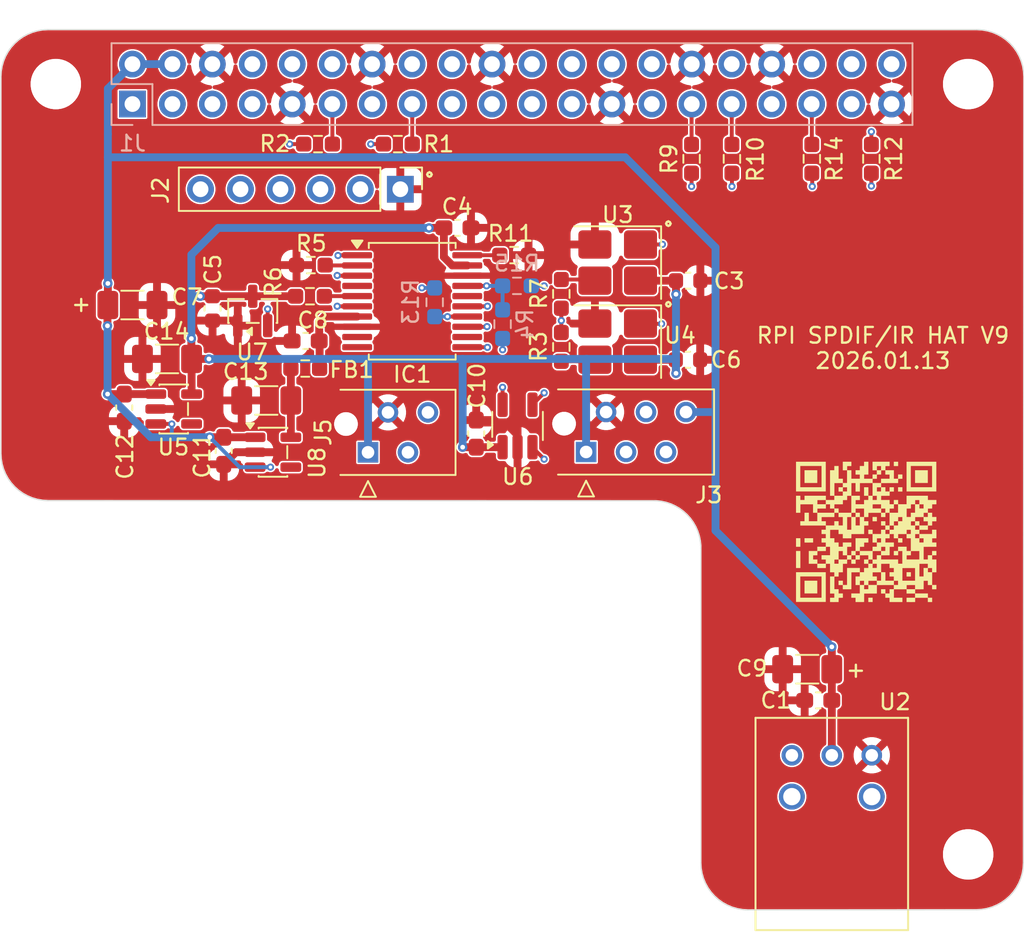
<source format=kicad_pcb>
(kicad_pcb (version 20241229) (generator "pcbnew") (generator_version "9.0")
  (title_block (date "2025-12-20"))
  (layers (0 "F.Cu" signal) (4 "In1.Cu" signal) (6 "In2.Cu" signal) (2 "B.Cu" signal) (13 "F.Paste" user) (15 "B.Paste" user) (5 "F.SilkS" user "F.Silkscreen") (7 "B.SilkS" user "B.Silkscreen") (1 "F.Mask" user) (3 "B.Mask" user) (25 "Edge.Cuts" user))
  (net 0 "")
  (net 1 "GND")
  (net 2 "/GPIO2{slash}SDA1")
  (net 3 "/GPIO3{slash}SCL1")
  (net 4 "/GPIO4{slash}GPCLK0")
  (net 5 "/GPIO14{slash}TXD0")
  (net 6 "/GPIO15{slash}RXD0")
  (net 7 "/GPIO17")
  (net 8 "/GPIO18{slash}PCM.CLK")
  (net 9 "/GPIO27")
  (net 10 "/GPIO22")
  (net 11 "/GPIO23")
  (net 12 "/GPIO26")
  (net 13 "/GPIO24")
  (net 14 "/GPIO10{slash}SPI0.MOSI")
  (net 15 "/GPIO9{slash}SPI0.MISO")
  (net 16 "/GPIO25")
  (net 17 "/GPIO11{slash}SPI0.SCLK")
  (net 18 "/GPIO8{slash}SPI0.CE0")
  (net 19 "/GPIO7{slash}SPI0.CE1")
  (net 20 "/ID_SDA")
  (net 21 "/ID_SCL")
  (net 22 "/GPIO5")
  (net 23 "/GPIO6")
  (net 24 "/GPIO12{slash}PWM0")
  (net 25 "/GPIO13{slash}PWM1")
  (net 26 "/GPIO19{slash}PCM.FS")
  (net 27 "/GPIO16")
  (net 28 "/GPIO20{slash}PCM.DIN")
  (net 29 "/GPIO21{slash}PCM.DOUT")
  (net 30 "+5V")
  (net 31 "+3V3")
  (net 32 "Net-(IC1-XIN)")
  (net 35 "Net-(IC1-GPO0{slash}SWIFMODE)")
  (net 36 "Net-(IC1-CSB{slash}GPO1)")
  (net 37 "Net-(IC1-RESETB)")
  (net 41 "Net-(IC1-RX0)")
  (net 42 "/IRIN")
  (net 43 "Net-(IC1-PVDD)")
  (net 47 "Net-(U4-CLK)")
  (net 48 "Net-(U3-CLK)")
  (net 49 "Net-(U4-INH)")
  (net 50 "Net-(U3-INH)")
  (net 51 "+3.3VP")
  (net 52 "+3.3VA")
  (net 55 "Net-(IC1-DIN)")
  (net 56 "Net-(IC1-BCLK)")
  (net 57 "Net-(IC1-LRCLK)")
  (net 58 "Net-(IC1-TX0)")
  (net 60 "/SPDIF-")
  (net 61 "/SPDIF+")
  (net 63 "Net-(U6-DIN)")
  (net 64 "Net-(U2-VIN)")
  (footprint "Capacitor_SMD:C_1206_3216Metric_Pad1.33x1.80mm_HandSolder" (layer "F.Cu") (at 110.5677 90.983)
    (property "Reference" "C14" (at -0.0267 -1.7526 0) (layer "F.SilkS"))
    (property "Value" "10uF/25V")
    (pad "1" smd roundrect (at -1.5625 0) (size 1.325 1.8) (layers "F.Cu" "F.Mask" "F.Paste") (roundrect_rratio 0.188679) (net 1 "GND"))
    (pad "2" smd roundrect (at 1.5625 0) (size 1.325 1.8) (layers "F.Cu" "F.Mask" "F.Paste") (roundrect_rratio 0.188679) (net 31 "+3V3"))
  )
  (footprint "MountingHole:MountingHole_2.7mm_M2.5" (layer "F.Cu") (at 161.5 73.5)
    (property "Reference" "MH2" (hide yes))
    (property "Value" "MountingHole_2.7mm_M2.5" (hide yes))
    (pad "" np_thru_hole circle (at 0 0) (size 3.2 3.2) (drill 3.2) (layers "*.Cu" "*.Mask"))
  )
  (footprint "Capacitor_SMD:C_1206_3216Metric_Pad1.33x1.80mm_HandSolder" (layer "F.Cu") (at 108.3697 87.554)
    (property "Reference" "C7" (at 3.4675 -0.508 0) (layer "F.SilkS"))
    (property "Value" "47uF/6.3V")
    (pad "1" smd roundrect (at -1.5625 0) (size 1.325 1.8) (layers "F.Cu" "F.Mask" "F.Paste") (roundrect_rratio 0.188679) (net 30 "+5V"))
    (pad "2" smd roundrect (at 1.5625 0) (size 1.325 1.8) (layers "F.Cu" "F.Mask" "F.Paste") (roundrect_rratio 0.188679) (net 1 "GND"))
  )
  (footprint "Resistor_SMD:R_0603_1608Metric_Pad0.98x0.95mm_HandSolder" (layer "F.Cu") (at 120.1695 77.3178)
    (property "Reference" "R2" (at -2.7451 -0.0254 0) (layer "F.SilkS"))
    (property "Value" "0R")
    (pad "1" smd roundrect (at -0.9125 0) (size 0.975 0.95) (layers "F.Cu" "F.Mask" "F.Paste") (net 42 "/IRIN"))
    (pad "2" smd roundrect (at 0.9125 0) (size 0.975 0.95) (layers "F.Cu" "F.Mask" "F.Paste") (net 7 "/GPIO17"))
  )
  (footprint "Resistor_SMD:R_0603_1608Metric_Pad0.98x0.95mm_HandSolder" (layer "F.Cu") (at 119.6577 86.9952 180)
    (property "Reference" "R6" (at 2.3349 0.9144 90) (layer "F.SilkS"))
    (property "Value" "10k")
    (pad "1" smd roundrect (at -0.9125 0 180) (size 0.975 0.95) (layers "F.Cu" "F.Mask" "F.Paste") (net 36 "Net-(IC1-CSB{slash}GPO1)"))
    (pad "2" smd roundrect (at 0.9125 0 180) (size 0.975 0.95) (layers "F.Cu" "F.Mask" "F.Paste") (net 31 "+3V3"))
  )
  (footprint "Capacitor_SMD:C_0603_1608Metric_Pad1.08x0.95mm_HandSolder" (layer "F.Cu") (at 130.226 95.7339 -90)
    (property "Reference" "C10" (at -3.0441 -0.0508 90) (layer "F.SilkS"))
    (property "Value" "1uF/25V")
    (pad "1" smd roundrect (at -0.8625 0 270) (size 1.075 0.95) (layers "F.Cu" "F.Mask" "F.Paste") (net 1 "GND"))
    (pad "2" smd roundrect (at 0.8625 0 270) (size 1.075 0.95) (layers "F.Cu" "F.Mask" "F.Paste") (net 31 "+3V3"))
  )
  (footprint "Resistor_SMD:R_0603_1608Metric_Pad0.98x0.95mm_HandSolder" (layer "F.Cu") (at 155.3466 78.2557 -90)
    (property "Reference" "R12" (at 0 -1.43 90) (layer "F.SilkS"))
    (property "Value" "33R")
    (pad "1" smd roundrect (at -0.9125 0 270) (size 0.975 0.95) (layers "F.Cu" "F.Mask" "F.Paste") (net 29 "/GPIO21{slash}PCM.DOUT"))
    (pad "2" smd roundrect (at 0.9125 0 270) (size 0.975 0.95) (layers "F.Cu" "F.Mask" "F.Paste") (net 55 "Net-(IC1-DIN)"))
  )
  (footprint "Package_TO_SOT_SMD:SOT-23-5" (layer "F.Cu") (at 117.3029 96.9164)
    (property "Reference" "U8" (at 2.8139 0.6706 90) (layer "F.SilkS"))
    (property "Value" "NCP163ASN330T1G")
    (pad "1" smd roundrect (at -1.1375 -0.95) (size 1.325 0.6) (layers "F.Cu" "F.Mask" "F.Paste") (net 30 "+5V"))
    (pad "2" smd roundrect (at -1.1375 0) (size 1.325 0.6) (layers "F.Cu" "F.Mask" "F.Paste") (net 1 "GND"))
    (pad "3" smd roundrect (at -1.1375 0.95) (size 1.325 0.6) (layers "F.Cu" "F.Mask" "F.Paste") (net 30 "+5V"))
    (pad "4" smd roundrect (at 1.1375 0.95) (size 1.325 0.6) (layers "F.Cu" "F.Mask" "F.Paste"))
    (pad "5" smd roundrect (at 1.1375 -0.95) (size 1.325 0.6) (layers "F.Cu" "F.Mask" "F.Paste") (net 52 "+3.3VA"))
  )
  (footprint "Capacitor_SMD:C_1206_3216Metric_Pad1.33x1.80mm_HandSolder" (layer "F.Cu") (at 151.2695 110.7188 180)
    (property "Reference" "C9" (at 3.5175 0.0508 0) (layer "F.SilkS"))
    (property "Value" "47uF/6.3V")
    (pad "1" smd roundrect (at -1.5625 0 180) (size 1.325 1.8) (layers "F.Cu" "F.Mask" "F.Paste") (roundrect_rratio 0.188679) (net 30 "+5V"))
    (pad "2" smd roundrect (at 1.5625 0 180) (size 1.325 1.8) (layers "F.Cu" "F.Mask" "F.Paste") (roundrect_rratio 0.188679) (net 1 "GND"))
  )
  (footprint "Capacitor_SMD:C_0603_1608Metric_Pad1.08x0.95mm_HandSolder" (layer "F.Cu") (at 107.8486 94.0807 90)
    (property "Reference" "C12" (at -3.1253 0.0508 90) (layer "F.SilkS"))
    (property "Value" "1uF/25V")
    (pad "1" smd roundrect (at -0.8625 0 90) (size 1.075 0.95) (layers "F.Cu" "F.Mask" "F.Paste") (net 1 "GND"))
    (pad "2" smd roundrect (at 0.8625 0 90) (size 1.075 0.95) (layers "F.Cu" "F.Mask" "F.Paste") (net 30 "+5V"))
  )
  (footprint "Resistor_SMD:R_0603_1608Metric_Pad0.98x0.95mm_HandSolder" (layer "F.Cu") (at 132.6371 84.379)
    (property "Reference" "R11" (at -0.2267 -1.3716 0) (layer "F.SilkS"))
    (property "Value" "10k")
    (pad "1" smd roundrect (at -0.9125 0) (size 0.975 0.95) (layers "F.Cu" "F.Mask" "F.Paste") (net 41 "Net-(IC1-RX0)"))
    (pad "2" smd roundrect (at 0.9125 0) (size 0.975 0.95) (layers "F.Cu" "F.Mask" "F.Paste") (net 1 "GND"))
  )
  (footprint "Resistor_SMD:R_0603_1608Metric_Pad0.98x0.95mm_HandSolder" (layer "F.Cu") (at 119.7123 85.014 180)
    (property "Reference" "R5" (at -0.0235 1.3716 0) (layer "F.SilkS"))
    (property "Value" "10k")
    (pad "1" smd roundrect (at -0.9125 0 180) (size 0.975 0.95) (layers "F.Cu" "F.Mask" "F.Paste") (net 35 "Net-(IC1-GPO0{slash}SWIFMODE)"))
    (pad "2" smd roundrect (at 0.9125 0 180) (size 0.975 0.95) (layers "F.Cu" "F.Mask" "F.Paste") (net 1 "GND"))
  )
  (footprint "Resistor_SMD:R_0603_1608Metric_Pad0.98x0.95mm_HandSolder" (layer "F.Cu") (at 143.9166 78.2557 90)
    (property "Reference" "R9" (at 0 -1.43 90) (layer "F.SilkS"))
    (property "Value" "0R")
    (pad "1" smd roundrect (at -0.9125 0 90) (size 0.975 0.95) (layers "F.Cu" "F.Mask" "F.Paste") (net 49 "Net-(U4-INH)"))
    (pad "2" smd roundrect (at 0.9125 0 90) (size 0.975 0.95) (layers "F.Cu" "F.Mask" "F.Paste") (net 22 "/GPIO5"))
  )
  (footprint "Connector_PinHeader_2.54mm:PinHeader_1x06_P2.54mm_Vertical" (layer "F.Cu") (at 125.4 80.188 -90)
    (property "Reference" "J2" (at 0.0762 15.24 90) (layer "F.SilkS"))
    (property "Value" "TTL-232R-3V3")
    (pad "1" thru_hole rect (at 0 0 270) (size 1.7 1.7) (drill 1) (layers "*.Cu" "*.Mask") (net 1 "GND"))
    (pad "2" thru_hole circle (at 0 2.54 270) (size 1.7 1.7) (drill 1) (layers "*.Cu" "*.Mask"))
    (pad "3" thru_hole circle (at 0 5.08 270) (size 1.7 1.7) (drill 1) (layers "*.Cu" "*.Mask"))
    (pad "4" thru_hole circle (at 0 7.62 270) (size 1.7 1.7) (drill 1) (layers "*.Cu" "*.Mask") (net 6 "/GPIO15{slash}RXD0"))
    (pad "5" thru_hole circle (at 0 10.16 270) (size 1.7 1.7) (drill 1) (layers "*.Cu" "*.Mask") (net 5 "/GPIO14{slash}TXD0"))
    (pad "6" thru_hole circle (at 0 12.7 270) (size 1.7 1.7) (drill 1) (layers "*.Cu" "*.Mask"))
  )
  (footprint "Resistor_SMD:R_0603_1608Metric_Pad0.98x0.95mm_HandSolder" (layer "F.Cu") (at 146.482 78.2557 90)
    (property "Reference" "R10" (at -0.0273 1.4986 90) (layer "F.SilkS"))
    (property "Value" "0R")
    (pad "1" smd roundrect (at -0.9125 0 90) (size 0.975 0.95) (layers "F.Cu" "F.Mask" "F.Paste") (net 50 "Net-(U3-INH)"))
    (pad "2" smd roundrect (at 0.9125 0 90) (size 0.975 0.95) (layers "F.Cu" "F.Mask" "F.Paste") (net 23 "/GPIO6"))
  )
  (footprint "MountingHole:MountingHole_2.7mm_M2.5" (layer "F.Cu") (at 103.5 122.5)
    (property "Reference" "MH3" (hide yes))
    (property "Value" "MountingHole_2.7mm_M2.5" (hide yes))
    (pad "" np_thru_hole circle (at 0 0) (size 3.2 3.2) (drill 3.2) (layers "*.Cu" "*.Mask"))
  )
  (footprint "Capacitor_SMD:C_0603_1608Metric_Pad1.08x0.95mm_HandSolder" (layer "F.Cu") (at 114.1732 96.8261 90)
    (property "Reference" "C11" (at -0.3037 -1.3716 90) (layer "F.SilkS"))
    (property "Value" "1uF/25V")
    (pad "1" smd roundrect (at -0.8625 0 90) (size 1.075 0.95) (layers "F.Cu" "F.Mask" "F.Paste") (net 1 "GND"))
    (pad "2" smd roundrect (at 0.8625 0 90) (size 1.075 0.95) (layers "F.Cu" "F.Mask" "F.Paste") (net 30 "+5V"))
  )
  (footprint "Package_TO_SOT_SMD:SOT-23-5" (layer "F.Cu") (at 110.9927 94.1682)
    (property "Reference" "U5" (at -0.0199 2.4282 0) (layer "F.SilkS"))
    (property "Value" "NCP163ASN330T1G")
    (pad "1" smd roundrect (at -1.1375 -0.95) (size 1.325 0.6) (layers "F.Cu" "F.Mask" "F.Paste") (net 30 "+5V"))
    (pad "2" smd roundrect (at -1.1375 0) (size 1.325 0.6) (layers "F.Cu" "F.Mask" "F.Paste") (net 1 "GND"))
    (pad "3" smd roundrect (at -1.1375 0.95) (size 1.325 0.6) (layers "F.Cu" "F.Mask" "F.Paste") (net 30 "+5V"))
    (pad "4" smd roundrect (at 1.1375 0.95) (size 1.325 0.6) (layers "F.Cu" "F.Mask" "F.Paste"))
    (pad "5" smd roundrect (at 1.1375 -0.95) (size 1.325 0.6) (layers "F.Cu" "F.Mask" "F.Paste") (net 31 "+3V3"))
  )
  (footprint "MountingHole:MountingHole_2.7mm_M2.5" (layer "F.Cu") (at 103.5 73.5)
    (property "Reference" "MH1" (hide yes))
    (property "Value" "MountingHole_2.7mm_M2.5" (hide yes))
    (pad "" np_thru_hole circle (at 0 0) (size 3.2 3.2) (drill 3.2) (layers "*.Cu" "*.Mask"))
  )
  (footprint "LOGO" (layer "F.Cu") (at 155.0164 101.9812)
    (property "Reference" "G***" (hide yes))
    (property "Value" "LOGO" (hide yes))
  )
  (footprint "Capacitor_SMD:C_0603_1608Metric" (layer "F.Cu") (at 143.688 91.0338)
    (property "Reference" "C6" (at 2.4254 0 0) (layer "F.SilkS"))
    (property "Value" "1uF/25V")
    (pad "1" smd roundrect (at -0.775 0) (size 0.9 0.95) (layers "F.Cu" "F.Mask" "F.Paste") (net 31 "+3V3"))
    (pad "2" smd roundrect (at 0.775 0) (size 0.9 0.95) (layers "F.Cu" "F.Mask" "F.Paste") (net 1 "GND"))
  )
  (footprint "Capacitor_SMD:C_0603_1608Metric_Pad1.08x0.95mm_HandSolder" (layer "F.Cu") (at 129.0311 82.644045 180)
    (property "Reference" "C4" (at 0.0243 1.338445 180) (layer "F.SilkS"))
    (property "Value" "1uF/25V")
    (pad "1" smd roundrect (at -0.8625 0 180) (size 1.075 0.95) (layers "F.Cu" "F.Mask" "F.Paste") (net 1 "GND"))
    (pad "2" smd roundrect (at 0.8625 0 180) (size 1.075 0.95) (layers "F.Cu" "F.Mask" "F.Paste") (net 31 "+3V3"))
  )
  (footprint "Resistor_SMD:R_0603_1608Metric_Pad0.98x0.95mm_HandSolder" (layer "F.Cu") (at 135.6362 86.8447 90)
    (property "Reference" "R7" (at 0 -1.43 90) (layer "F.SilkS"))
    (property "Value" "33R")
    (pad "1" smd roundrect (at -0.9125 0 90) (size 0.975 0.95) (layers "F.Cu" "F.Mask" "F.Paste") (net 32 "Net-(IC1-XIN)"))
    (pad "2" smd roundrect (at 0.9125 0 90) (size 0.975 0.95) (layers "F.Cu" "F.Mask" "F.Paste") (net 48 "Net-(U3-CLK)"))
  )
  (footprint "Connector_TE-Connectivity:TE_Micro-MaTch_215079-4_2x02_P1.27mm_Vertical" (layer "F.Cu") (at 123.3456 96.9232 90)
    (property "Reference" "J5" (at 1.27 -2.85 90) (layer "F.SilkS"))
    (property "Value" "TE MicroMatch")
    (pad "" np_thru_hole circle (at 1.8 -1.4 90) (size 1.5 1.5) (drill 1.5) (layers "*.Cu" "*.Mask"))
    (pad "1" thru_hole rect (at 0 0 90) (size 1.3 1.3) (drill 0.8) (layers "*.Cu" "*.Mask") (net 31 "+3V3"))
    (pad "2" thru_hole circle (at 2.54 1.27 90) (size 1.3 1.3) (drill 0.8) (layers "*.Cu" "*.Mask") (net 1 "GND"))
    (pad "3" thru_hole circle (at 0 2.54 90) (size 1.3 1.3) (drill 0.8) (layers "*.Cu" "*.Mask") (net 42 "/IRIN"))
    (pad "4" thru_hole circle (at 2.54 3.81 90) (size 1.3 1.3) (drill 0.8) (layers "*.Cu" "*.Mask"))
  )
  (footprint "Package_SO:SSOP-20_5.3x7.2mm_P0.65mm" (layer "F.Cu") (at 126.1568 87.312445)
    (property "Reference" "IC1" (at 0 4.661155 0) (layer "F.SilkS"))
    (property "Value" "WM8804GEDS_V")
    (pad "1" smd roundrect (at -3.5 -2.925) (size 1.9 0.4) (layers "F.Cu" "F.Mask" "F.Paste") (net 3 "/GPIO3{slash}SCL1"))
    (pad "2" smd roundrect (at -3.5 -2.275) (size 1.9 0.4) (layers "F.Cu" "F.Mask" "F.Paste") (net 35 "Net-(IC1-GPO0{slash}SWIFMODE)"))
    (pad "3" smd roundrect (at -3.5 -1.625) (size 1.9 0.4) (layers "F.Cu" "F.Mask" "F.Paste") (net 2 "/GPIO2{slash}SDA1"))
    (pad "4" smd roundrect (at -3.5 -0.975) (size 1.9 0.4) (layers "F.Cu" "F.Mask" "F.Paste"))
    (pad "5" smd roundrect (at -3.5 -0.325) (size 1.9 0.4) (layers "F.Cu" "F.Mask" "F.Paste") (net 36 "Net-(IC1-CSB{slash}GPO1)"))
    (pad "6" smd roundrect (at -3.5 0.325) (size 1.9 0.4) (layers "F.Cu" "F.Mask" "F.Paste") (net 37 "Net-(IC1-RESETB)"))
    (pad "7" smd roundrect (at -3.5 0.975) (size 1.9 0.4) (layers "F.Cu" "F.Mask" "F.Paste") (net 43 "Net-(IC1-PVDD)"))
    (pad "8" smd roundrect (at -3.5 1.625) (size 1.9 0.4) (layers "F.Cu" "F.Mask" "F.Paste") (net 1 "GND"))
    (pad "9" smd roundrect (at -3.5 2.275) (size 1.9 0.4) (layers "F.Cu" "F.Mask" "F.Paste"))
    (pad "10" smd roundrect (at -3.5 2.925) (size 1.9 0.4) (layers "F.Cu" "F.Mask" "F.Paste"))
    (pad "11" smd roundrect (at 3.5 2.925) (size 1.9 0.4) (layers "F.Cu" "F.Mask" "F.Paste") (net 32 "Net-(IC1-XIN)"))
    (pad "12" smd roundrect (at 3.5 2.275) (size 1.9 0.4) (layers "F.Cu" "F.Mask" "F.Paste"))
    (pad "13" smd roundrect (at 3.5 1.625) (size 1.9 0.4) (layers "F.Cu" "F.Mask" "F.Paste") (net 55 "Net-(IC1-DIN)"))
    (pad "14" smd roundrect (at 3.5 0.975) (size 1.9 0.4) (layers "F.Cu" "F.Mask" "F.Paste") (net 56 "Net-(IC1-BCLK)"))
    (pad "15" smd roundrect (at 3.5 0.325) (size 1.9 0.4) (layers "F.Cu" "F.Mask" "F.Paste") (net 57 "Net-(IC1-LRCLK)"))
    (pad "16" smd roundrect (at 3.5 -0.325) (size 1.9 0.4) (layers "F.Cu" "F.Mask" "F.Paste"))
    (pad "17" smd roundrect (at 3.5 -0.975) (size 1.9 0.4) (layers "F.Cu" "F.Mask" "F.Paste") (net 58 "Net-(IC1-TX0)"))
    (pad "18" smd roundrect (at 3.5 -1.625) (size 1.9 0.4) (layers "F.Cu" "F.Mask" "F.Paste") (net 1 "GND"))
    (pad "19" smd roundrect (at 3.5 -2.275) (size 1.9 0.4) (layers "F.Cu" "F.Mask" "F.Paste") (net 31 "+3V3"))
    (pad "20" smd roundrect (at 3.5 -2.925) (size 1.9 0.4) (layers "F.Cu" "F.Mask" "F.Paste") (net 41 "Net-(IC1-RX0)"))
  )
  (footprint "Capacitor_SMD:C_0603_1608Metric_Pad1.08x0.95mm_HandSolder" (layer "F.Cu") (at 119.3813 89.84)
    (property "Reference" "C8" (at 0.4561 -1.3208 0) (layer "F.SilkS"))
    (property "Value" "1uF/25V")
    (pad "1" smd roundrect (at -0.8625 0) (size 1.075 0.95) (layers "F.Cu" "F.Mask" "F.Paste") (net 1 "GND"))
    (pad "2" smd roundrect (at 0.8625 0) (size 1.075 0.95) (layers "F.Cu" "F.Mask" "F.Paste") (net 43 "Net-(IC1-PVDD)"))
  )
  (footprint "Capacitor_SMD:C_0603_1608Metric" (layer "F.Cu") (at 143.701 86.0046)
    (property "Reference" "C3" (at 2.6032 0.0254 0) (layer "F.SilkS"))
    (property "Value" "1uF/25V")
    (pad "1" smd roundrect (at -0.775 0) (size 0.9 0.95) (layers "F.Cu" "F.Mask" "F.Paste") (net 31 "+3V3"))
    (pad "2" smd roundrect (at 0.775 0) (size 0.9 0.95) (layers "F.Cu" "F.Mask" "F.Paste") (net 1 "GND"))
  )
  (footprint "Resistor_SMD:R_0603_1608Metric_Pad0.98x0.95mm_HandSolder" (layer "F.Cu") (at 151.562 78.2557 -90)
    (property "Reference" "R14" (at 0 -1.43 90) (layer "F.SilkS"))
    (property "Value" "33R")
    (pad "1" smd roundrect (at -0.9125 0 270) (size 0.975 0.95) (layers "F.Cu" "F.Mask" "F.Paste") (net 26 "/GPIO19{slash}PCM.FS"))
    (pad "2" smd roundrect (at 0.9125 0 270) (size 0.975 0.95) (layers "F.Cu" "F.Mask" "F.Paste") (net 57 "Net-(IC1-LRCLK)"))
  )
  (footprint "Package_TO_SOT_SMD:SOT-23" (layer "F.Cu") (at 116.0172 87.9327 90)
    (property "Reference" "U7" (at -2.6185 -0.0406 180) (layer "F.SilkS"))
    (property "Value" "APX809S-31SA-7")
    (pad "1" smd roundrect (at -0.9375 -0.95 90) (size 1.475 0.6) (layers "F.Cu" "F.Mask" "F.Paste") (net 1 "GND"))
    (pad "2" smd roundrect (at -0.9375 0.95 90) (size 1.475 0.6) (layers "F.Cu" "F.Mask" "F.Paste") (net 37 "Net-(IC1-RESETB)"))
    (pad "3" smd roundrect (at 0.9375 0 90) (size 1.475 0.6) (layers "F.Cu" "F.Mask" "F.Paste") (net 31 "+3V3"))
  )
  (footprint "MountingHole:MountingHole_2.7mm_M2.5" (layer "F.Cu") (at 161.5 122.5)
    (property "Reference" "MH4" (hide yes))
    (property "Value" "MountingHole_2.7mm_M2.5" (hide yes))
    (pad "" np_thru_hole circle (at 0 0) (size 3.2 3.2) (drill 3.2) (layers "*.Cu" "*.Mask"))
  )
  (footprint "Capacitor_SMD:C_0603_1608Metric" (layer "F.Cu") (at 113.462 87.7702 -90)
    (property "Reference" "C5" (at -2.4768 -0.0254 90) (layer "F.SilkS"))
    (property "Value" "1uF/25V")
    (pad "1" smd roundrect (at -0.775 0 270) (size 0.9 0.95) (layers "F.Cu" "F.Mask" "F.Paste") (net 31 "+3V3"))
    (pad "2" smd roundrect (at 0.775 0 270) (size 0.9 0.95) (layers "F.Cu" "F.Mask" "F.Paste") (net 1 "GND"))
  )
  (footprint "Resistor_SMD:R_0603_1608Metric_Pad0.98x0.95mm_HandSolder" (layer "F.Cu") (at 135.6362 90.2191 -90)
    (property "Reference" "R3" (at -0.0235 1.4478 90) (layer "F.SilkS"))
    (property "Value" "33R")
    (pad "1" smd roundrect (at -0.9125 0 270) (size 0.975 0.95) (layers "F.Cu" "F.Mask" "F.Paste") (net 32 "Net-(IC1-XIN)"))
    (pad "2" smd roundrect (at 0.9125 0 270) (size 0.975 0.95) (layers "F.Cu" "F.Mask" "F.Paste") (net 47 "Net-(U4-CLK)"))
  )
  (footprint "Crystal:Crystal_SMD_3225-4Pin_3.2x2.5mm_HandSoldering" (layer "F.Cu") (at 139.2198 89.8838 180)
    (property "Reference" "U4" (at -3.9602 0.3994 180) (layer "F.SilkS"))
    (property "Value" "KC3225Z22.5792C15XXK")
    (pad "1" smd roundrect (at -1.45 1.15 180) (size 2.1 1.8) (layers "F.Cu" "F.Mask" "F.Paste") (roundrect_rratio 0.138889) (net 49 "Net-(U4-INH)"))
    (pad "2" smd roundrect (at 1.45 1.15 180) (size 2.1 1.8) (layers "F.Cu" "F.Mask" "F.Paste") (roundrect_rratio 0.138889) (net 1 "GND"))
    (pad "3" smd roundrect (at 1.45 -1.15 180) (size 2.1 1.8) (layers "F.Cu" "F.Mask" "F.Paste") (roundrect_rratio 0.138889) (net 47 "Net-(U4-CLK)"))
    (pad "4" smd roundrect (at -1.45 -1.15 180) (size 2.1 1.8) (layers "F.Cu" "F.Mask" "F.Paste") (roundrect_rratio 0.138889) (net 31 "+3V3"))
  )
  (footprint "Capacitor_SMD:C_0603_1608Metric_Pad1.08x0.95mm_HandSolder" (layer "F.Cu") (at 151.9695 112.7 180)
    (property "Reference" "C1" (at 2.6935 0 0) (layer "F.SilkS"))
    (property "Value" "1uF/25V")
    (pad "1" smd roundrect (at -0.8625 0 180) (size 1.075 0.95) (layers "F.Cu" "F.Mask" "F.Paste") (net 30 "+5V"))
    (pad "2" smd roundrect (at 0.8625 0 180) (size 1.075 0.95) (layers "F.Cu" "F.Mask" "F.Paste") (net 1 "GND"))
  )
  (footprint "Resistor_SMD:R_0603_1608Metric_Pad0.98x0.95mm_HandSolder" (layer "F.Cu") (at 125.2457 77.3178)
    (property "Reference" "R1" (at 2.5927 0 0) (layer "F.SilkS"))
    (property "Value" "0R")
    (pad "1" smd roundrect (at -0.9125 0) (size 0.975 0.95) (layers "F.Cu" "F.Mask" "F.Paste") (net 42 "/IRIN"))
    (pad "2" smd roundrect (at 0.9125 0) (size 0.975 0.95) (layers "F.Cu" "F.Mask" "F.Paste") (net 10 "/GPIO22"))
  )
  (footprint "Capacitor_SMD:C_1206_3216Metric_Pad1.33x1.80mm_HandSolder" (layer "F.Cu") (at 116.8779 93.6246)
    (property "Reference" "C13" (at -1.3077 -1.8288 0) (layer "F.SilkS"))
    (property "Value" "10uF/25V")
    (pad "1" smd roundrect (at -1.5625 0) (size 1.325 1.8) (layers "F.Cu" "F.Mask" "F.Paste") (roundrect_rratio 0.188679) (net 1 "GND"))
    (pad "2" smd roundrect (at 1.5625 0) (size 1.325 1.8) (layers "F.Cu" "F.Mask" "F.Paste") (roundrect_rratio 0.188679) (net 52 "+3.3VA"))
  )
  (footprint "Package_TO_SOT_SMD:SOT-23-5_HandSoldering" (layer "F.Cu") (at 132.8524 95.2464 90)
    (property "Reference" "U6" (at -3.2296 0.0152 180) (layer "F.SilkS"))
    (property "Value" "FIN1001")
    (pad "1" smd roundrect (at -1.35 -0.95 90) (size 1.56 0.65) (layers "F.Cu" "F.Mask" "F.Paste") (net 31 "+3V3"))
    (pad "2" smd roundrect (at -1.35 0 90) (size 1.56 0.65) (layers "F.Cu" "F.Mask" "F.Paste") (net 1 "GND"))
    (pad "3" smd roundrect (at -1.35 0.95 90) (size 1.56 0.65) (layers "F.Cu" "F.Mask" "F.Paste") (net 60 "/SPDIF-"))
    (pad "4" smd roundrect (at 1.35 0.95 90) (size 1.56 0.65) (layers "F.Cu" "F.Mask" "F.Paste") (net 61 "/SPDIF+"))
    (pad "5" smd roundrect (at 1.35 -0.95 90) (size 1.56 0.65) (layers "F.Cu" "F.Mask" "F.Paste") (net 63 "Net-(U6-DIN)"))
  )
  (footprint "Crystal:Crystal_SMD_3225-4Pin_3.2x2.5mm_HandSoldering" (layer "F.Cu") (at 139.2198 84.8546 180)
    (property "Reference" "U3" (at 0 3.041 180) (layer "F.SilkS"))
    (property "Value" "KC3225Z24.5760C1KX00")
    (pad "1" smd roundrect (at -1.45 1.15 180) (size 2.1 1.8) (layers "F.Cu" "F.Mask" "F.Paste") (roundrect_rratio 0.138889) (net 50 "Net-(U3-INH)"))
    (pad "2" smd roundrect (at 1.45 1.15 180) (size 2.1 1.8) (layers "F.Cu" "F.Mask" "F.Paste") (roundrect_rratio 0.138889) (net 1 "GND"))
    (pad "3" smd roundrect (at 1.45 -1.15 180) (size 2.1 1.8) (layers "F.Cu" "F.Mask" "F.Paste") (roundrect_rratio 0.138889) (net 48 "Net-(U3-CLK)"))
    (pad "4" smd roundrect (at -1.45 -1.15 180) (size 2.1 1.8) (layers "F.Cu" "F.Mask" "F.Paste") (roundrect_rratio 0.138889) (net 31 "+3V3"))
  )
  (footprint "Connector_TE-Connectivity:TE_Micro-MaTch_215079-6_2x03_P1.27mm_Vertical" (layer "F.Cu") (at 137.211 96.9012 90)
    (property "Reference" "J3" (at -2.7432 7.7978 180) (layer "F.SilkS"))
    (property "Value" "TE MicroMatch")
    (pad "" np_thru_hole circle (at 1.8 -1.4 90) (size 1.5 1.5) (drill 1.5) (layers "*.Cu" "*.Mask"))
    (pad "1" thru_hole rect (at 0 0 90) (size 1.3 1.3) (drill 0.8) (layers "*.Cu" "*.Mask") (net 31 "+3V3"))
    (pad "2" thru_hole circle (at 2.54 1.27 90) (size 1.3 1.3) (drill 0.8) (layers "*.Cu" "*.Mask") (net 1 "GND"))
    (pad "3" thru_hole circle (at 0 2.54 90) (size 1.3 1.3) (drill 0.8) (layers "*.Cu" "*.Mask") (net 60 "/SPDIF-"))
    (pad "4" thru_hole circle (at 2.54 3.81 90) (size 1.3 1.3) (drill 0.8) (layers "*.Cu" "*.Mask") (net 61 "/SPDIF+"))
    (pad "5" thru_hole circle (at 0 5.08 90) (size 1.3 1.3) (drill 0.8) (layers "*.Cu" "*.Mask"))
    (pad "6" thru_hole circle (at 2.54 6.35 90) (size 1.3 1.3) (drill 0.8) (layers "*.Cu" "*.Mask") (net 30 "+5V"))
  )
  (footprint "kicad-snk:PLR135-T10_PLT133-T10W" (layer "F.Cu") (at 152.832 118.824 180)
    (property "Reference" "U2" (at -4.0132 6.0224 0) (layer "F.SilkS"))
    (property "Value" "PLT237/T10WH")
    (pad "1" thru_hole circle (at 2.54 2.63 180) (size 1.308 1.308) (drill 0.8) (layers "*.Cu" "*.Mask") (net 64 "Net-(U2-VIN)"))
    (pad "2" thru_hole circle (at 0 2.63 180) (size 1.308 1.308) (drill 0.8) (layers "*.Cu" "*.Mask") (net 30 "+5V"))
    (pad "3" thru_hole circle (at -2.54 2.63 180) (size 1.308 1.308) (drill 0.8) (layers "*.Cu" "*.Mask") (net 1 "GND"))
    (pad "NC1" thru_hole circle (at 2.54 0 180) (size 1.65 1.65) (drill 1.1) (layers "*.Cu" "*.Mask"))
    (pad "NC2" thru_hole circle (at -2.54 0 180) (size 1.65 1.65) (drill 1.1) (layers "*.Cu" "*.Mask"))
  )
  (footprint "Resistor_SMD:R_0603_1608Metric_Pad0.98x0.95mm_HandSolder" (layer "F.Cu") (at 119.3567 91.5926 180)
    (property "Reference" "FB1" (at -2.9445 -0.0762 0) (layer "F.SilkS"))
    (property "Value" "1k@100MHz")
    (pad "1" smd roundrect (at -0.9125 0 180) (size 0.975 0.95) (layers "F.Cu" "F.Mask" "F.Paste") (net 43 "Net-(IC1-PVDD)"))
    (pad "2" smd roundrect (at 0.9125 0 180) (size 0.975 0.95) (layers "F.Cu" "F.Mask" "F.Paste") (net 52 "+3.3VA"))
  )
  (footprint "Connector_PinSocket_2.54mm:PinSocket_2x20_P2.54mm_Vertical" (layer "B.Cu") (at 108.37 74.77 -90)
    (property "Reference" "J1" (at 2.5 0 0) (layer "B.SilkS") (effects (justify mirror)))
    (property "Value" "GPIO")
    (pad "1" thru_hole rect (at 0 0 270) (size 1.7 1.7) (drill 1) (layers "*.Cu" "*.Mask") (net 51 "+3.3VP"))
    (pad "2" thru_hole circle (at -2.54 0 270) (size 1.7 1.7) (drill 1) (layers "*.Cu" "*.Mask") (net 30 "+5V"))
    (pad "3" thru_hole circle (at 0 -2.54 270) (size 1.7 1.7) (drill 1) (layers "*.Cu" "*.Mask") (net 2 "/GPIO2{slash}SDA1"))
    (pad "4" thru_hole circle (at -2.54 -2.54 270) (size 1.7 1.7) (drill 1) (layers "*.Cu" "*.Mask") (net 30 "+5V"))
    (pad "5" thru_hole circle (at 0 -5.08 270) (size 1.7 1.7) (drill 1) (layers "*.Cu" "*.Mask") (net 3 "/GPIO3{slash}SCL1"))
    (pad "6" thru_hole circle (at -2.54 -5.08 270) (size 1.7 1.7) (drill 1) (layers "*.Cu" "*.Mask") (net 1 "GND"))
    (pad "7" thru_hole circle (at 0 -7.62 270) (size 1.7 1.7) (drill 1) (layers "*.Cu" "*.Mask") (net 4 "/GPIO4{slash}GPCLK0"))
    (pad "8" thru_hole circle (at -2.54 -7.62 270) (size 1.7 1.7) (drill 1) (layers "*.Cu" "*.Mask") (net 5 "/GPIO14{slash}TXD0"))
    (pad "9" thru_hole circle (at 0 -10.16 270) (size 1.7 1.7) (drill 1) (layers "*.Cu" "*.Mask") (net 1 "GND"))
    (pad "10" thru_hole circle (at -2.54 -10.16 270) (size 1.7 1.7) (drill 1) (layers "*.Cu" "*.Mask") (net 6 "/GPIO15{slash}RXD0"))
    (pad "11" thru_hole circle (at 0 -12.7 270) (size 1.7 1.7) (drill 1) (layers "*.Cu" "*.Mask") (net 7 "/GPIO17"))
    (pad "12" thru_hole circle (at -2.54 -12.7 270) (size 1.7 1.7) (drill 1) (layers "*.Cu" "*.Mask") (net 8 "/GPIO18{slash}PCM.CLK"))
    (pad "13" thru_hole circle (at 0 -15.24 270) (size 1.7 1.7) (drill 1) (layers "*.Cu" "*.Mask") (net 9 "/GPIO27"))
    (pad "14" thru_hole circle (at -2.54 -15.24 270) (size 1.7 1.7) (drill 1) (layers "*.Cu" "*.Mask") (net 1 "GND"))
    (pad "15" thru_hole circle (at 0 -17.78 270) (size 1.7 1.7) (drill 1) (layers "*.Cu" "*.Mask") (net 10 "/GPIO22"))
    (pad "16" thru_hole circle (at -2.54 -17.78 270) (size 1.7 1.7) (drill 1) (layers "*.Cu" "*.Mask") (net 11 "/GPIO23"))
    (pad "17" thru_hole circle (at 0 -20.32 270) (size 1.7 1.7) (drill 1) (layers "*.Cu" "*.Mask") (net 51 "+3.3VP"))
    (pad "18" thru_hole circle (at -2.54 -20.32 270) (size 1.7 1.7) (drill 1) (layers "*.Cu" "*.Mask") (net 13 "/GPIO24"))
    (pad "19" thru_hole circle (at 0 -22.86 270) (size 1.7 1.7) (drill 1) (layers "*.Cu" "*.Mask") (net 14 "/GPIO10{slash}SPI0.MOSI"))
    (pad "20" thru_hole circle (at -2.54 -22.86 270) (size 1.7 1.7) (drill 1) (layers "*.Cu" "*.Mask") (net 1 "GND"))
    (pad "21" thru_hole circle (at 0 -25.4 270) (size 1.7 1.7) (drill 1) (layers "*.Cu" "*.Mask") (net 15 "/GPIO9{slash}SPI0.MISO"))
    (pad "22" thru_hole circle (at -2.54 -25.4 270) (size 1.7 1.7) (drill 1) (layers "*.Cu" "*.Mask") (net 16 "/GPIO25"))
    (pad "23" thru_hole circle (at 0 -27.94 270) (size 1.7 1.7) (drill 1) (layers "*.Cu" "*.Mask") (net 17 "/GPIO11{slash}SPI0.SCLK"))
    (pad "24" thru_hole circle (at -2.54 -27.94 270) (size 1.7 1.7) (drill 1) (layers "*.Cu" "*.Mask") (net 18 "/GPIO8{slash}SPI0.CE0"))
    (pad "25" thru_hole circle (at 0 -30.48 270) (size 1.7 1.7) (drill 1) (layers "*.Cu" "*.Mask") (net 1 "GND"))
    (pad "26" thru_hole circle (at -2.54 -30.48 270) (size 1.7 1.7) (drill 1) (layers "*.Cu" "*.Mask") (net 19 "/GPIO7{slash}SPI0.CE1"))
    (pad "27" thru_hole circle (at 0 -33.02 270) (size 1.7 1.7) (drill 1) (layers "*.Cu" "*.Mask") (net 20 "/ID_SDA"))
    (pad "28" thru_hole circle (at -2.54 -33.02 270) (size 1.7 1.7) (drill 1) (layers "*.Cu" "*.Mask") (net 21 "/ID_SCL"))
    (pad "29" thru_hole circle (at 0 -35.56 270) (size 1.7 1.7) (drill 1) (layers "*.Cu" "*.Mask") (net 22 "/GPIO5"))
    (pad "30" thru_hole circle (at -2.54 -35.56 270) (size 1.7 1.7) (drill 1) (layers "*.Cu" "*.Mask") (net 1 "GND"))
    (pad "31" thru_hole circle (at 0 -38.1 270) (size 1.7 1.7) (drill 1) (layers "*.Cu" "*.Mask") (net 23 "/GPIO6"))
    (pad "32" thru_hole circle (at -2.54 -38.1 270) (size 1.7 1.7) (drill 1) (layers "*.Cu" "*.Mask") (net 24 "/GPIO12{slash}PWM0"))
    (pad "33" thru_hole circle (at 0 -40.64 270) (size 1.7 1.7) (drill 1) (layers "*.Cu" "*.Mask") (net 25 "/GPIO13{slash}PWM1"))
    (pad "34" thru_hole circle (at -2.54 -40.64 270) (size 1.7 1.7) (drill 1) (layers "*.Cu" "*.Mask") (net 1 "GND"))
    (pad "35" thru_hole circle (at 0 -43.18 270) (size 1.7 1.7) (drill 1) (layers "*.Cu" "*.Mask") (net 26 "/GPIO19{slash}PCM.FS"))
    (pad "36" thru_hole circle (at -2.54 -43.18 270) (size 1.7 1.7) (drill 1) (layers "*.Cu" "*.Mask") (net 27 "/GPIO16"))
    (pad "37" thru_hole circle (at 0 -45.72 270) (size 1.7 1.7) (drill 1) (layers "*.Cu" "*.Mask") (net 12 "/GPIO26"))
    (pad "38" thru_hole circle (at -2.54 -45.72 270) (size 1.7 1.7) (drill 1) (layers "*.Cu" "*.Mask") (net 28 "/GPIO20{slash}PCM.DIN"))
    (pad "39" thru_hole circle (at 0 -48.26 270) (size 1.7 1.7) (drill 1) (layers "*.Cu" "*.Mask") (net 1 "GND"))
    (pad "40" thru_hole circle (at -2.54 -48.26 270) (size 1.7 1.7) (drill 1) (layers "*.Cu" "*.Mask") (net 29 "/GPIO21{slash}PCM.DOUT"))
  )
  (footprint "Resistor_SMD:R_0603_1608Metric_Pad0.98x0.95mm_HandSolder" (layer "B.Cu") (at 131.9024 88.7713 90)
    (property "Reference" "R4" (at 0 1.43 90) (layer "B.SilkS") (effects (justify mirror)))
    (property "Value" "0R")
    (pad "1" smd roundrect (at -0.9125 0 90) (size 0.975 0.95) (layers "B.Cu" "B.Mask" "B.Paste") (net 63 "Net-(U6-DIN)"))
    (pad "2" smd roundrect (at 0.9125 0 90) (size 0.975 0.95) (layers "B.Cu" "B.Mask" "B.Paste") (net 58 "Net-(IC1-TX0)"))
  )
  (footprint "Resistor_SMD:R_0603_1608Metric_Pad0.98x0.95mm_HandSolder" (layer "B.Cu") (at 132.8149 86.3348 180)
    (property "Reference" "R15" (at 0 1.43 0) (layer "B.SilkS") (effects (justify mirror)))
    (property "Value" "0R")
    (pad "1" smd roundrect (at -0.9125 0 180) (size 0.975 0.95) (layers "B.Cu" "B.Mask" "B.Paste") (net 64 "Net-(U2-VIN)"))
    (pad "2" smd roundrect (at 0.9125 0 180) (size 0.975 0.95) (layers "B.Cu" "B.Mask" "B.Paste") (net 58 "Net-(IC1-TX0)"))
  )
  (footprint "Resistor_SMD:R_0603_1608Metric_Pad0.98x0.95mm_HandSolder" (layer "B.Cu") (at 127.5844 87.3781 -90)
    (property "Reference" "R13" (at -0.0273 1.524 90) (layer "B.SilkS") (effects (justify mirror)))
    (property "Value" "33R")
    (pad "1" smd roundrect (at -0.9125 0 270) (size 0.975 0.95) (layers "B.Cu" "B.Mask" "B.Paste") (net 8 "/GPIO18{slash}PCM.CLK"))
    (pad "2" smd roundrect (at 0.9125 0 270) (size 0.975 0.95) (layers "B.Cu" "B.Mask" "B.Paste") (net 56 "Net-(IC1-BCLK)"))
  )
  (gr_arc (start 147.498 126.035) (mid 145.37668 125.15632) (end 144.498 123.035) (stroke (width 0.05)) (layer "Edge.Cuts"))
  (gr_line (start 147.498 126.035) (end 162.025 126.025) (stroke (width 0.05)) (layer "Edge.Cuts"))
  (gr_arc (start 100 73.028) (mid 100.87868 70.90668) (end 103 70.028) (stroke (width 0.05)) (layer "Edge.Cuts"))
  (gr_line (start 103 70.028) (end 162.0494 70.028) (stroke (width 0.05)) (layer "Edge.Cuts"))
  (gr_line (start 144.498 103.01032) (end 144.498 123.035) (stroke (width 0.05)) (layer "Edge.Cuts"))
  (gr_arc (start 141.498 100.01032) (mid 143.61932 100.889) (end 144.498 103.01032) (stroke (width 0.05)) (layer "Edge.Cuts"))
  (gr_arc (start 162.0494 70.028) (mid 164.17072 70.90668) (end 165.0494 73.028) (stroke (width 0.05)) (layer "Edge.Cuts"))
  (gr_arc (start 165.025 123.025) (mid 164.14632 125.14632) (end 162.025 126.025) (stroke (width 0.05)) (layer "Edge.Cuts"))
  (gr_arc (start 103.00132 99.99868) (mid 100.88 99.12) (end 100.00132 96.99868) (stroke (width 0.05)) (layer "Edge.Cuts"))
  (gr_line (start 100 97) (end 100 73.028) (stroke (width 0.05)) (layer "Edge.Cuts"))
  (gr_line (start 165.0494 73.028) (end 165.025 123.025) (stroke (width 0.05)) (layer "Edge.Cuts"))
  (gr_line (start 141.498 100.01032) (end 103 100) (stroke (width 0.05)) (layer "Edge.Cuts"))
  (gr_text "°" (at 126.7716 80.2388 0) (layer "F.SilkS") (effects (font (size 1 1)) (justify left bottom)))
  (gr_text "+" (at 153.6448 111.3284 0) (layer "F.SilkS") (effects (font (size 1 1)) (justify left bottom)))
  (gr_text "°" (at 141.9608 83.363 0) (layer "F.SilkS") (effects (font (size 1 1)) (justify left bottom)))
  (gr_text "+" (at 104.3942 88.062 0) (layer "F.SilkS") (effects (font (size 1 1)) (justify left bottom)))
  (gr_text "°" (at 141.9608 88.4938 0) (layer "F.SilkS") (effects (font (size 1 1)) (justify left bottom)))
  (gr_text "RPI SPDIF/IR HAT V9\n2026.01.13" (at 156.0832 90.2972 0) (layer "F.SilkS") (effects (font (size 1 1))))
  (segment (start 114.9454 96.9164) (end 114.1732 97.6886) (width 0.5) (layer "F.Cu") (net 1))
  (segment (start 114.7422 88.5452) (end 115.0672 88.8702) (width 0.5) (layer "F.Cu") (net 1))
  (segment (start 132.8524 96.5964) (end 132.8524 95.816401) (width 0.5) (layer "F.Cu") (net 1))
  (segment (start 116.1654 96.9164) (end 114.9454 96.9164) (width 0.5) (layer "F.Cu") (net 1))
  (segment (start 113.462 88.5452) (end 114.7422 88.5452) (width 0.5) (layer "F.Cu") (net 1))
  (segment (start 116.1654 96.9164) (end 117.5616 96.9164) (width 0.5) (layer "F.Cu") (net 1))
  (segment (start 132.8524 95.816401) (end 132.063399 95.0274) (width 0.5) (layer "F.Cu") (net 1))
  (segment (start 130.382 95.0274) (end 130.226 94.8714) (width 0.5) (layer "F.Cu") (net 1))
  (segment (start 117.5768 96.9012) (end 117.5616 96.9164) (width 0.5) (layer "F.Cu") (net 1))
  (segment (start 132.063399 95.0274) (end 130.382 95.0274) (width 0.5) (layer "F.Cu") (net 1))
  (segment (start 122.6568 85.687445) (end 121.399845 85.687445) (width 0.25) (layer "F.Cu") (net 2))
  (segment (start 121.399845 85.687445) (end 121.3868 85.6744) (width 0.25) (layer "F.Cu") (net 2))
  (via (at 121.3868 85.6744) (size 0.45) (drill 0.225) (layers "F.Cu" "B.Cu") (net 2))
  (segment (start 122.6568 84.387445) (end 121.454555 84.387445) (width 0.25) (layer "F.Cu") (net 3))
  (segment (start 121.454555 84.387445) (end 121.4376 84.4044) (width 0.25) (layer "F.Cu") (net 3))
  (via (at 121.4376 84.4044) (size 0.45) (drill 0.225) (layers "F.Cu" "B.Cu") (net 3))
  (segment (start 121.082 74.782) (end 121.07 74.77) (width 0.25) (layer "F.Cu") (net 7))
  (segment (start 121.082 77.3178) (end 121.082 74.782) (width 0.25) (layer "F.Cu") (net 7))
  (via (at 126.7716 86.4618) (size 0.45) (drill 0.225) (layers "F.Cu" "B.Cu") (net 8))
  (segment (start 127.5844 86.4656) (end 126.7754 86.4656) (width 0.25) (layer "B.Cu") (net 8))
  (segment (start 126.7754 86.4656) (end 126.7716 86.4618) (width 0.25) (layer "B.Cu") (net 8))
  (segment (start 126.1582 77.3178) (end 126.1582 74.7782) (width 0.25) (layer "F.Cu") (net 10))
  (segment (start 126.1582 74.7782) (end 126.15 74.77) (width 0.25) (layer "F.Cu") (net 10))
  (segment (start 143.9166 77.3432) (end 143.9166 74.7834) (width 0.25) (layer "F.Cu") (net 22))
  (segment (start 143.9166 74.7834) (end 143.93 74.77) (width 0.25) (layer "F.Cu") (net 22))
  (segment (start 146.47 77.2296) (end 146.47 74.77) (width 0.25) (layer "F.Cu") (net 23))
  (segment (start 146.482 77.3432) (end 146.482 77.2416) (width 0.25) (layer "F.Cu") (net 23))
  (segment (start 146.482 77.2416) (end 146.47 77.2296) (width 0.25) (layer "F.Cu") (net 23))
  (segment (start 151.562 77.3432) (end 151.562 74.782) (width 0.25) (layer "F.Cu") (net 26))
  (segment (start 151.562 74.782) (end 151.55 74.77) (width 0.25) (layer "F.Cu") (net 26))
  (segment (start 155.3466 77.3432) (end 155.3466 76.5304) (width 0.25) (layer "F.Cu") (net 29))
  (via (at 155.3466 76.5304) (size 0.45) (drill 0.225) (layers "F.Cu" "B.Cu") (net 29))
  (segment (start 106.8072 87.554) (end 106.8072 86.1824) (width 0.5) (layer "F.Cu") (net 30))
  (segment (start 109.8552 93.2182) (end 107.8486 93.2182) (width 0.5) (layer "F.Cu") (net 30))
  (segment (start 110.8662 95.1182) (end 110.8712 95.1232) (width 0.25) (layer "F.Cu") (net 30))
  (segment (start 109.8552 95.1182) (end 110.8662 95.1182) (width 0.25) (layer "F.Cu") (net 30))
  (segment (start 106.7818 87.5794) (end 106.8072 87.554) (width 0.5) (layer "F.Cu") (net 30))
  (segment (start 114.1732 95.9636) (end 113.2864 95.9636) (width 0.5) (layer "F.Cu") (net 30))
  (segment (start 152.832 110.7188) (end 152.832 109.2964) (width 0.5) (layer "F.Cu") (net 30))
  (segment (start 152.832 112.7) (end 152.832 110.7188) (width 0.5) (layer "F.Cu") (net 30))
  (segment (start 114.4272 95.9664) (end 116.1654 95.9664) (width 0.5) (layer "F.Cu") (net 30))
  (segment (start 106.7818 88.8748) (end 106.7818 87.5794) (width 0.5) (layer "F.Cu") (net 30))
  (segment (start 113.2864 95.9636) (end 113.2842 95.9614) (width 0.5) (layer "F.Cu") (net 30))
  (segment (start 107.8486 93.2182) (end 106.789 93.2182) (width 0.5) (layer "F.Cu") (net 30))
  (segment (start 152.832 116.194) (end 152.832 112.7) (width 0.5) (layer "F.Cu") (net 30))
  (segment (start 116.1654 97.8664) (end 117.145 97.8664) (width 0.25) (layer "F.Cu") (net 30))
  (via (at 113.2842 95.9614) (size 0.6) (drill 0.3) (layers "F.Cu" "B.Cu") (net 30))
  (via (at 152.832 109.2964) (size 0.6) (drill 0.3) (layers "F.Cu" "B.Cu") (net 30))
  (via (at 106.789 93.2182) (size 0.6) (drill 0.3) (layers "F.Cu" "B.Cu") (net 30))
  (via (at 106.8072 86.1824) (size 0.6) (drill 0.3) (layers "F.Cu" "B.Cu") (net 30))
  (via (at 106.7818 88.8748) (size 0.6) (drill 0.3) (layers "F.Cu" "B.Cu") (net 30))
  (via (at 110.8712 95.1232) (size 0.45) (drill 0.225) (layers "F.Cu" "B.Cu") (net 30))
  (via (at 117.145 97.8664) (size 0.45) (drill 0.225) (layers "F.Cu" "B.Cu") (net 30))
  (segment (start 139.7002 78.156) (end 145.4406 83.8964) (width 0.5) (layer "B.Cu") (net 30))
  (segment (start 117.145 97.8664) (end 115.1892 97.8664) (width 0.25) (layer "B.Cu") (net 30))
  (segment (start 115.1892 97.8664) (end 113.2842 95.9614) (width 0.25) (layer "B.Cu") (net 30))
  (segment (start 110.8712 95.9614) (end 109.5322 95.9614) (width 0.5) (layer "B.Cu") (net 30))
  (segment (start 110.91 72.23) (end 108.37 72.23) (width 0.5) (layer "B.Cu") (net 30))
  (segment (start 143.577 94.3452) (end 143.561 94.3612) (width 0.5) (layer "B.Cu") (net 30))
  (segment (start 106.8072 73.7928) (end 108.37 72.23) (width 0.5) (layer "B.Cu") (net 30))
  (segment (start 106.8072 78.156) (end 106.8072 76.6828) (width 0.5) (layer "B.Cu") (net 30))
  (segment (start 109.5322 95.9614) (end 106.789 93.2182) (width 0.5) (layer "B.Cu") (net 30))
  (segment (start 106.8072 86.1824) (end 106.8072 78.156) (width 0.5) (layer "B.Cu") (net 30))
  (segment (start 145.4406 83.8964) (end 145.4406 94.3612) (width 0.5) (layer "B.Cu") (net 30))
  (segment (start 106.8072 78.156) (end 139.7002 78.156) (width 0.5) (layer "B.Cu") (net 30))
  (segment (start 106.789 93.2182) (end 106.789 88.882) (width 0.5) (layer "B.Cu") (net 30))
  (segment (start 113.2842 95.9614) (end 110.8712 95.9614) (width 0.5) (layer "B.Cu") (net 30))
  (segment (start 110.8712 95.1232) (end 110.8712 95.9614) (width 0.25) (layer "B.Cu") (net 30))
  (segment (start 145.4406 94.3612) (end 145.4406 101.905) (width 0.5) (layer "B.Cu") (net 30))
  (segment (start 106.789 88.882) (end 106.7818 88.8748) (width 0.5) (layer "B.Cu") (net 30))
  (segment (start 145.4406 101.905) (end 152.832 109.2964) (width 0.5) (layer "B.Cu") (net 30))
  (segment (start 106.8072 76.6828) (end 106.8072 73.7928) (width 0.5) (layer "B.Cu") (net 30))
  (segment (start 143.561 94.3612) (end 145.4406 94.3612) (width 0.5) (layer "B.Cu") (net 30))
  (segment (start 130.226 96.5964) (end 129.3624 96.5964) (width 0.5) (layer "F.Cu") (net 31))
  (segment (start 131.9024 96.5964) (end 130.226 96.5964) (width 0.5) (layer "F.Cu") (net 31))
  (segment (start 142.913 91.8844) (end 142.926 91.8974) (width 0.5) (layer "F.Cu") (net 31))
  (segment (start 118.7452 86.9952) (end 116.0172 86.9952) (width 0.5) (layer "F.Cu") (net 31))
  (segment (start 142.913 91.0338) (end 142.913 91.8844) (width 0.5) (layer "F.Cu") (net 31))
  (segment (start 129.6568 85.037445) (end 128.706801 85.037445) (width 0.5) (layer "F.Cu") (net 31))
  (segment (start 128.1686 84.499244) (end 128.1686 82.644045) (width 0.5) (layer "F.Cu") (net 31))
  (segment (start 128.1686 82.644045) (end 127.236555 82.644045) (width 0.5) (layer "F.Cu") (net 31))
  (segment (start 142.926 86.8682) (end 142.926 86.0046) (width 0.5) (layer "F.Cu") (net 31))
  (segment (start 128.706801 85.037445) (end 128.1686 84.499244) (width 0.5) (layer "F.Cu") (net 31))
  (segment (start 112.1158 89.6876) (end 112.1158 90.9686) (width 0.5) (layer "F.Cu") (net 31))
  (segment (start 127.236555 82.644045) (end 127.2288 82.6518) (width 0.5) (layer "F.Cu") (net 31))
  (segment (start 113.462 86.9952) (end 112.6746 86.9952) (width 0.5) (layer "F.Cu") (net 31))
  (segment (start 112.1302 93.2182) (end 112.1302 90.983) (width 0.5) (layer "F.Cu") (net 31))
  (segment (start 142.926 86.0046) (end 140.6698 86.0046) (width 0.5) (layer "F.Cu") (net 31))
  (segment (start 140.6698 91.0338) (end 142.913 91.0338) (width 0.5) (layer "F.Cu") (net 31))
  (segment (start 112.1158 90.9686) (end 112.1302 90.983) (width 0.5) (layer "F.Cu") (net 31))
  (segment (start 116.0172 86.9952) (end 113.462 86.9952) (width 0.5) (layer "F.Cu") (net 31))
  (segment (start 112.1302 90.983) (end 113.2334 90.983) (width 0.5) (layer "F.Cu") (net 31))
  (via (at 127.2288 82.6518) (size 0.6) (drill 0.3) (layers "F.Cu" "B.Cu") (net 31))
  (via (at 129.3624 96.5964) (size 0.6) (drill 0.3) (layers "F.Cu" "B.Cu") (net 31))
  (via (at 113.2334 90.983) (size 0.6) (drill 0.3) (layers "F.Cu" "B.Cu") (net 31))
  (via (at 142.926 86.8682) (size 0.6) (drill 0.3) (layers "F.Cu" "B.Cu") (net 31))
  (via (at 112.6746 86.9952) (size 0.6) (drill 0.3) (layers "F.Cu" "B.Cu") (net 31))
  (via (at 142.926 91.8974) (size 0.6) (drill 0.3) (layers "F.Cu" "B.Cu") (net 31))
  (via (at 112.1158 89.6876) (size 0.6) (drill 0.3) (layers "F.Cu" "B.Cu") (net 31))
  (segment (start 112.1158 84.3536) (end 113.8176 82.6518) (width 0.5) (layer "B.Cu") (net 31))
  (segment (start 142.926 91.0084) (end 142.926 86.8682) (width 0.5) (layer "B.Cu") (net 31))
  (segment (start 123.3456 96.9232) (end 123.3456 91.0114) (width 0.5) (layer "B.Cu") (net 31))
  (segment (start 123.3172 90.983) (end 129.3624 90.983) (width 0.5) (layer "B.Cu") (net 31))
  (segment (start 113.2334 90.983) (end 123.3172 90.983) (width 0.5) (layer "B.Cu") (net 31))
  (segment (start 113.8176 82.6518) (end 127.2288 82.6518) (width 0.5) (layer "B.Cu") (net 31))
  (segment (start 112.6746 86.9952) (end 112.1158 86.9952) (width 0.5) (layer "B.Cu") (net 31))
  (segment (start 129.3624 90.983) (end 137.2364 90.983) (width 0.5) (layer "B.Cu") (net 31))
  (segment (start 137.2364 90.983) (end 142.9006 90.983) (width 0.5) (layer "B.Cu") (net 31))
  (segment (start 112.1158 89.6876) (end 112.1158 86.9952) (width 0.5) (layer "B.Cu") (net 31))
  (segment (start 137.211 91.0084) (end 137.2364 90.983) (width 0.5) (layer "B.Cu") (net 31))
  (segment (start 137.211 96.9012) (end 137.211 91.0084) (width 0.5) (layer "B.Cu") (net 31))
  (segment (start 112.1158 86.9952) (end 112.1158 84.3536) (width 0.5) (layer "B.Cu") (net 31))
  (segment (start 142.926 91.8974) (end 142.926 91.0084) (width 0.5) (layer "B.Cu") (net 31))
  (segment (start 129.3624 96.5964) (end 129.3624 90.983) (width 0.5) (layer "B.Cu") (net 31))
  (segment (start 142.9006 90.983) (end 142.926 91.0084) (width 0.5) (layer "B.Cu") (net 31))
  (segment (start 123.3456 91.0114) (end 123.3172 90.983) (width 0.5) (layer "B.Cu") (net 31))
  (segment (start 130.928245 90.237445) (end 130.9372 90.2464) (width 0.25) (layer "F.Cu") (net 32))
  (segment (start 135.6362 88.5446) (end 135.6362 87.7572) (width 0.25) (layer "F.Cu") (net 32))
  (segment (start 135.6362 89.3066) (end 135.6362 88.5446) (width 0.25) (layer "F.Cu") (net 32))
  (segment (start 129.6568 90.237445) (end 130.928245 90.237445) (width 0.25) (layer "F.Cu") (net 32))
  (via (at 135.6362 88.5446) (size 0.45) (drill 0.225) (layers "F.Cu" "B.Cu") (net 32))
  (via (at 130.9372 90.2464) (size 0.45) (drill 0.225) (layers "F.Cu" "B.Cu") (net 32))
  (segment (start 120.648245 85.037445) (end 120.6248 85.014) (width 0.25) (layer "F.Cu") (net 35))
  (segment (start 122.6568 85.037445) (end 120.648245 85.037445) (width 0.25) (layer "F.Cu") (net 35))
  (segment (start 120.577955 86.987445) (end 120.5702 86.9952) (width 0.25) (layer "F.Cu") (net 36))
  (segment (start 122.6568 86.987445) (end 120.577955 86.987445) (width 0.25) (layer "F.Cu") (net 36))
  (segment (start 121.394045 87.637445) (end 121.3868 87.6302) (width 0.25) (layer "F.Cu") (net 37))
  (segment (start 116.9672 87.808) (end 116.9672 88.8702) (width 0.25) (layer "F.Cu") (net 37))
  (segment (start 122.6568 87.637445) (end 121.394045 87.637445) (width 0.25) (layer "F.Cu") (net 37))
  (via (at 121.3868 87.6302) (size 0.45) (drill 0.225) (layers "F.Cu" "B.Cu") (net 37))
  (via (at 116.9672 87.808) (size 0.45) (drill 0.225) (layers "F.Cu" "B.Cu") (net 37))
  (segment (start 131.716155 84.387445) (end 131.7246 84.379) (width 0.25) (layer "F.Cu") (net 41))
  (segment (start 129.6568 84.387445) (end 131.716155 84.387445) (width 0.25) (layer "F.Cu") (net 41))
  (segment (start 119.257 77.3178) (end 118.3642 77.3178) (width 0.25) (layer "F.Cu") (net 42))
  (segment (start 124.3332 77.3178) (end 123.5204 77.3178) (width 0.25) (layer "F.Cu") (net 42))
  (via (at 118.3642 77.3178) (size 0.45) (drill 0.225) (layers "F.Cu" "B.Cu") (net 42))
  (via (at 123.5204 77.3178) (size 0.45) (drill 0.225) (layers "F.Cu" "B.Cu") (net 42))
  (segment (start 120.577155 88.287445) (end 122.6568 88.287445) (width 0.5) (layer "F.Cu") (net 43))
  (segment (start 120.2692 91.5926) (end 120.2692 89.8654) (width 0.5) (layer "F.Cu") (net 43))
  (segment (start 120.2692 89.8654) (end 120.2438 89.84) (width 0.5) (layer "F.Cu") (net 43))
  (segment (start 120.2438 88.6208) (end 120.577155 88.287445) (width 0.5) (layer "F.Cu") (net 43))
  (segment (start 120.2438 89.84) (end 120.2438 88.6208) (width 0.5) (layer "F.Cu") (net 43))
  (segment (start 137.672 91.1316) (end 137.7698 91.0338) (width 0.25) (layer "F.Cu") (net 47))
  (segment (start 135.6362 91.1316) (end 137.672 91.1316) (width 0.25) (layer "F.Cu") (net 47))
  (segment (start 135.6362 85.9322) (end 137.6974 85.9322) (width 0.25) (layer "F.Cu") (net 48))
  (segment (start 137.6974 85.9322) (end 137.7698 86.0046) (width 0.25) (layer "F.Cu") (net 48))
  (segment (start 142.0116 88.7478) (end 140.6838 88.7478) (width 0.25) (layer "F.Cu") (net 49))
  (segment (start 143.9166 80.0102) (end 143.9166 79.1682) (width 0.25) (layer "F.Cu") (net 49))
  (segment (start 140.6838 88.7478) (end 140.6698 88.7338) (width 0.25) (layer "F.Cu") (net 49))
  (via (at 142.0116 88.7478) (size 0.45) (drill 0.225) (layers "F.Cu" "B.Cu") (net 49))
  (via (at 143.9166 80.0102) (size 0.45) (drill 0.225) (layers "F.Cu" "B.Cu") (net 49))
  (segment (start 146.482 80.0102) (end 146.482 79.1682) (width 0.25) (layer "F.Cu") (net 50))
  (segment (start 140.6698 83.7046) (end 142.051 83.7046) (width 0.25) (layer "F.Cu") (net 50))
  (segment (start 142.051 83.7046) (end 142.0624 83.6932) (width 0.25) (layer "F.Cu") (net 50))
  (via (at 142.0624 83.6932) (size 0.45) (drill 0.225) (layers "F.Cu" "B.Cu") (net 50))
  (via (at 146.482 80.0102) (size 0.45) (drill 0.225) (layers "F.Cu" "B.Cu") (net 50))
  (segment (start 118.4404 95.9664) (end 118.4404 93.904) (width 0.5) (layer "F.Cu") (net 52))
  (segment (start 118.4404 93.6246) (end 118.4404 91.5964) (width 0.5) (layer "F.Cu") (net 52))
  (segment (start 118.4404 91.5964) (end 118.4442 91.5926) (width 0.5) (layer "F.Cu") (net 52))
  (segment (start 130.899955 88.937445) (end 130.9118 88.9256) (width 0.25) (layer "F.Cu") (net 55))
  (segment (start 155.3466 79.9848) (end 155.3466 79.1682) (width 0.25) (layer "F.Cu") (net 55))
  (segment (start 129.6568 88.937445) (end 130.899955 88.937445) (width 0.25) (layer "F.Cu") (net 55))
  (via (at 155.3466 79.9848) (size 0.45) (drill 0.225) (layers "F.Cu" "B.Cu") (net 55))
  (via (at 130.9118 88.9256) (size 0.45) (drill 0.225) (layers "F.Cu" "B.Cu") (net 55))
  (segment (start 128.400355 88.287445) (end 128.3972 88.2906) (width 0.25) (layer "F.Cu") (net 56))
  (segment (start 129.6568 88.287445) (end 128.400355 88.287445) (width 0.25) (layer "F.Cu") (net 56))
  (via (at 128.3972 88.2906) (size 0.45) (drill 0.225) (layers "F.Cu" "B.Cu") (net 56))
  (segment (start 128.3972 88.2906) (end 127.5844 88.2906) (width 0.25) (layer "B.Cu") (net 56))
  (segment (start 151.5874 80.0102) (end 151.5874 79.1936) (width 0.25) (layer "F.Cu") (net 57))
  (segment (start 151.5874 79.1936) (end 151.562 79.1682) (width 0.25) (layer "F.Cu") (net 57))
  (segment (start 129.6568 87.637445) (end 130.929955 87.637445) (width 0.25) (layer "F.Cu") (net 57))
  (segment (start 130.929955 87.637445) (end 130.9372 87.6302) (width 0.25) (layer "F.Cu") (net 57))
  (via (at 151.5874 80.0102) (size 0.45) (drill 0.225) (layers "F.Cu" "B.Cu") (net 57))
  (via (at 130.9372 87.6302) (size 0.45) (drill 0.225) (layers "F.Cu" "B.Cu") (net 57))
  (segment (start 129.6568 86.337445) (end 130.883755 86.337445) (width 0.25) (layer "F.Cu") (net 58))
  (segment (start 130.883755 86.337445) (end 130.8864 86.3348) (width 0.25) (layer "F.Cu") (net 58))
  (via (at 130.8864 86.3348) (size 0.45) (drill 0.225) (layers "F.Cu" "B.Cu") (net 58))
  (segment (start 131.9024 86.3348) (end 130.8864 86.3348) (width 0.25) (layer "B.Cu") (net 58))
  (segment (start 131.9024 86.3348) (end 131.9024 87.8588) (width 0.25) (layer "B.Cu") (net 58))
  (segment (start 133.8024 96.6168) (end 134.544 97.3584) (width 0.25) (layer "F.Cu") (net 60))
  (segment (start 133.8024 96.5964) (end 133.8024 96.6168) (width 0.25) (layer "F.Cu") (net 60))
  (via (at 134.544 97.3584) (size 0.45) (drill 0.225) (layers "F.Cu" "B.Cu") (net 60))
  (segment (start 133.8024 93.8836) (end 134.544 93.142) (width 0.25) (layer "F.Cu") (net 61))
  (segment (start 133.8024 93.8964) (end 133.8024 93.8836) (width 0.25) (layer "F.Cu") (net 61))
  (via (at 134.544 93.142) (size 0.45) (drill 0.225) (layers "F.Cu" "B.Cu") (net 61))
  (segment (start 131.9024 92.7864) (end 131.9024 93.8964) (width 0.25) (layer "F.Cu") (net 63))
  (via (at 131.9024 92.7864) (size 0.45) (drill 0.225) (layers "F.Cu" "B.Cu") (net 63))
  (via (at 131.9024 90.3988) (size 0.45) (drill 0.225) (layers "F.Cu" "B.Cu") (net 63))
  (segment (start 131.9024 89.6838) (end 131.9024 90.3988) (width 0.25) (layer "B.Cu") (net 63))
  (via (at 134.544 86.3348) (size 0.45) (drill 0.225) (layers "F.Cu" "B.Cu") (net 64))
  (segment (start 133.7274 86.3348) (end 134.544 86.3348) (width 0.25) (layer "B.Cu") (net 64))
  (zone (net 1) (net_name "GND") (layer "F.Cu") (connect_pads (clearance 0)) (min_thickness 0.25) (fill yes (thermal_gap 0.5) (thermal_bridge_width 0.5))
    (polygon (pts (xy 100 70.028) (xy 100 126) (xy 165.024 126) (xy 165.024 70.028)))
  )
)
</source>
